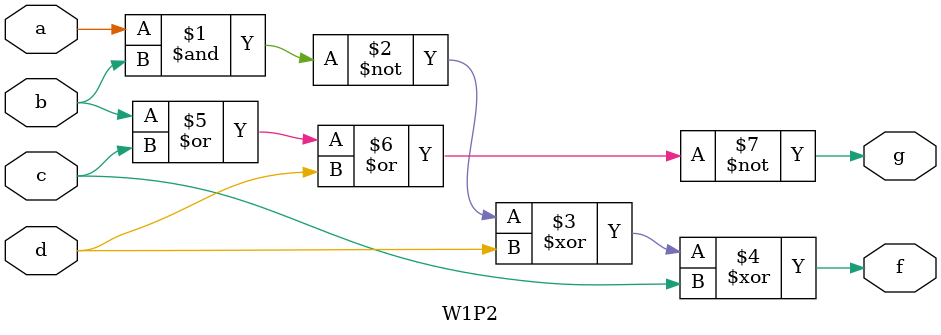
<source format=v>
module W1P2(a,b,c,d,g,f);
input a,b,c,d;
output g,f;
assign f=((~(a&b))^d^c);
assign g=~(b|c|d);
endmodule

</source>
